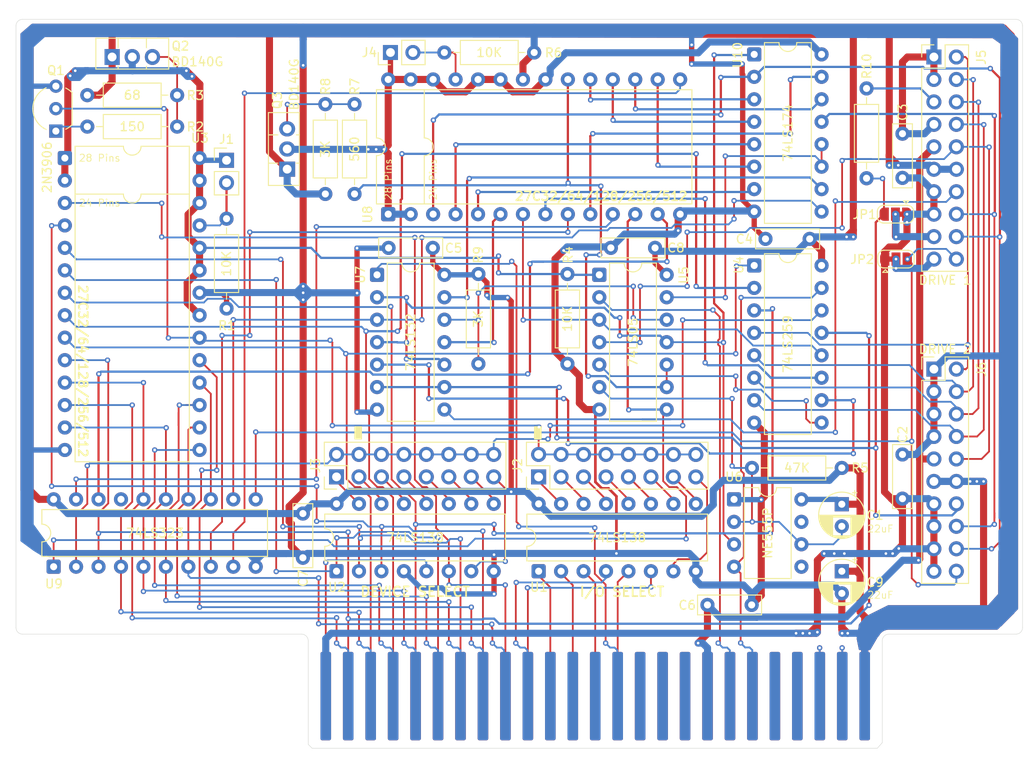
<source format=kicad_pcb>
(kicad_pcb
	(version 20241229)
	(generator "pcbnew")
	(generator_version "9.0")
	(general
		(thickness 1.6)
		(legacy_teardrops no)
	)
	(paper "A4")
	(layers
		(0 "F.Cu" signal)
		(2 "B.Cu" signal)
		(9 "F.Adhes" user "F.Adhesive")
		(11 "B.Adhes" user "B.Adhesive")
		(13 "F.Paste" user)
		(15 "B.Paste" user)
		(5 "F.SilkS" user "F.Silkscreen")
		(7 "B.SilkS" user "B.Silkscreen")
		(1 "F.Mask" user)
		(3 "B.Mask" user)
		(17 "Dwgs.User" user "User.Drawings")
		(19 "Cmts.User" user "User.Comments")
		(21 "Eco1.User" user "User.Eco1")
		(23 "Eco2.User" user "User.Eco2")
		(25 "Edge.Cuts" user)
		(27 "Margin" user)
		(31 "F.CrtYd" user "F.Courtyard")
		(29 "B.CrtYd" user "B.Courtyard")
		(35 "F.Fab" user)
		(33 "B.Fab" user)
		(39 "User.1" user)
		(41 "User.2" user)
		(43 "User.3" user)
		(45 "User.4" user)
	)
	(setup
		(pad_to_mask_clearance 0)
		(allow_soldermask_bridges_in_footprints no)
		(tenting front back)
		(pcbplotparams
			(layerselection 0x00000000_00000000_55555555_5755f5ff)
			(plot_on_all_layers_selection 0x00000000_00000000_00000000_00000000)
			(disableapertmacros no)
			(usegerberextensions no)
			(usegerberattributes yes)
			(usegerberadvancedattributes yes)
			(creategerberjobfile yes)
			(dashed_line_dash_ratio 12.000000)
			(dashed_line_gap_ratio 3.000000)
			(svgprecision 4)
			(plotframeref no)
			(mode 1)
			(useauxorigin no)
			(hpglpennumber 1)
			(hpglpenspeed 20)
			(hpglpendiameter 15.000000)
			(pdf_front_fp_property_popups yes)
			(pdf_back_fp_property_popups yes)
			(pdf_metadata yes)
			(pdf_single_document no)
			(dxfpolygonmode yes)
			(dxfimperialunits yes)
			(dxfusepcbnewfont yes)
			(psnegative no)
			(psa4output no)
			(plot_black_and_white yes)
			(sketchpadsonfab no)
			(plotpadnumbers no)
			(hidednponfab no)
			(sketchdnponfab yes)
			(crossoutdnponfab yes)
			(subtractmaskfromsilk no)
			(outputformat 1)
			(mirror no)
			(drillshape 1)
			(scaleselection 1)
			(outputdirectory "")
		)
	)
	(net 0 "")
	(net 1 "-12V")
	(net 2 "GND")
	(net 3 "+5V")
	(net 4 "Net-(U6-THR)")
	(net 5 "+12V")
	(net 6 "Net-(J1-Pin_2)")
	(net 7 "~{IOSEL}")
	(net 8 "Net-(J2-Pin_5)")
	(net 9 "Net-(J2-Pin_7)")
	(net 10 "/VCC_SWITCHED_1")
	(net 11 "Net-(J2-Pin_15)")
	(net 12 "Net-(J2-Pin_3)")
	(net 13 "Net-(J2-Pin_9)")
	(net 14 "Net-(J2-Pin_11)")
	(net 15 "Net-(J2-Pin_13)")
	(net 16 "Net-(J2-Pin_1)")
	(net 17 "Net-(J3-Pin_11)")
	(net 18 "Net-(J3-Pin_5)")
	(net 19 "Net-(J3-Pin_7)")
	(net 20 "Net-(J3-Pin_9)")
	(net 21 "Net-(J3-Pin_1)")
	(net 22 "Net-(J3-Pin_13)")
	(net 23 "Net-(J3-Pin_15)")
	(net 24 "Net-(J3-Pin_3)")
	(net 25 "Net-(J4-Pin_2)")
	(net 26 "/PH1")
	(net 27 "/PH0")
	(net 28 "/WR DATA")
	(net 29 "/W PROT")
	(net 30 "/RD DATA")
	(net 31 "/PH2")
	(net 32 "/PH3")
	(net 33 "Net-(J5-Pin_17)")
	(net 34 "/WR REQ")
	(net 35 "Net-(J5-Pin_19)")
	(net 36 "/~{ENBL 1}")
	(net 37 "Net-(J5-Pin_5)")
	(net 38 "/~{ENBL 2}")
	(net 39 "A12")
	(net 40 "D0")
	(net 41 "A10")
	(net 42 "A3")
	(net 43 "A14")
	(net 44 "D3")
	(net 45 "unconnected-(P1-Pin_40-Pad40)")
	(net 46 "2M")
	(net 47 "~{RESET}")
	(net 48 "unconnected-(P1-Pin_30-Pad30)")
	(net 49 "A4")
	(net 50 "~{EXTC}")
	(net 51 "unconnected-(P1-Pin_18-Pad18)")
	(net 52 "unconnected-(P1-Pin_38-Pad38)")
	(net 53 "D1")
	(net 54 "unconnected-(P1-Pin_29-Pad29)")
	(net 55 "A0")
	(net 56 "A15")
	(net 57 "D6")
	(net 58 "unconnected-(P1-Pin_36-Pad36)")
	(net 59 "A5")
	(net 60 "unconnected-(P1-Pin_22-Pad22)")
	(net 61 "~{EXTE}")
	(net 62 "Net-(P1-Pin_24)")
	(net 63 "~{EXT8}")
	(net 64 "unconnected-(P1-Pin_34-Pad34)")
	(net 65 "A8")
	(net 66 "D2")
	(net 67 "A2")
	(net 68 "D7")
	(net 69 "A7")
	(net 70 "Net-(P1-Pin_23)")
	(net 71 "A6")
	(net 72 "unconnected-(P1-Pin_21-Pad21)")
	(net 73 "~{EXT_MEM}")
	(net 74 "D4")
	(net 75 "D5")
	(net 76 "A9")
	(net 77 "A13")
	(net 78 "A11")
	(net 79 "unconnected-(P1-Pin_39-Pad39)")
	(net 80 "~{EXT6}")
	(net 81 "A1")
	(net 82 "Net-(Q1-E)")
	(net 83 "Net-(Q2-B)")
	(net 84 "Net-(Q3-B)")
	(net 85 "Net-(U8-~{CE})")
	(net 86 "Net-(R9-Pad2)")
	(net 87 "Net-(U4-Q6)")
	(net 88 "Net-(U4-Q5)")
	(net 89 "Net-(U4-Q7)")
	(net 90 "Net-(U4-Q4)")
	(net 91 "Net-(U10-D3)")
	(net 92 "Net-(U8-D1)")
	(net 93 "Net-(U10-~{Mr})")
	(net 94 "Net-(U8-A4)")
	(net 95 "Net-(U10-Q3)")
	(net 96 "Net-(U10-Cp)")
	(net 97 "Net-(U8-D3)")
	(net 98 "Net-(U10-Q5)")
	(net 99 "Net-(U10-Q2)")
	(net 100 "Net-(U8-A1)")
	(net 101 "Net-(U10-D2)")
	(net 102 "Net-(U8-D0)")
	(net 103 "Net-(U10-Q1)")
	(net 104 "unconnected-(U6-DIS-Pad7)")
	(net 105 "Net-(U10-D0)")
	(net 106 "unconnected-(U6-CV-Pad5)")
	(net 107 "Net-(U10-D5)")
	(net 108 "Net-(U8-D2)")
	(net 109 "Net-(U10-D1)")
	(net 110 "unconnected-(U9-Q7-Pad17)")
	(net 111 "/VCC_SWITCHED_2")
	(net 112 "/~{IOEN}")
	(net 113 "/~{DEVEN}")
	(footprint "Connector_PinHeader_2.54mm:PinHeader_1x02_P2.54mm_Vertical" (layer "F.Cu") (at 69.565185 66.517185))
	(footprint "Capacitor_THT:C_Rect_L7.0mm_W2.0mm_P5.00mm" (layer "F.Cu") (at 118.034185 76.423185 180))
	(footprint "Resistor_THT:R_Axial_DIN0207_L6.3mm_D2.5mm_P10.16mm_Horizontal" (layer "F.Cu") (at 94.203185 54.325185))
	(footprint "Connector_PinHeader_2.54mm:PinHeader_1x02_P2.54mm_Vertical" (layer "F.Cu") (at 88.107185 54.325185 90))
	(footprint "Capacitor_THT:CP_Radial_D5.0mm_P2.50mm" (layer "F.Cu") (at 139.161185 112.999185 -90))
	(footprint "Resistor_THT:R_Axial_DIN0207_L6.3mm_D2.5mm_P10.16mm_Horizontal" (layer "F.Cu") (at 84.043185 60.167185 -90))
	(footprint "Capacitor_THT:C_Rect_L7.0mm_W2.0mm_P5.00mm" (layer "F.Cu") (at 146.019185 104.791185 90))
	(footprint "Package_DIP:DIP-16_W7.62mm" (layer "F.Cu") (at 129.250185 54.539185))
	(footprint "Package_DIP:DIP-16_W7.62mm" (layer "F.Cu") (at 82.006185 112.994185 90))
	(footprint "Package_TO_SOT_THT:TO-92_Inline_Wide" (layer "F.Cu") (at 50.261185 63.215185 90))
	(footprint "Resistor_THT:R_Axial_DIN0207_L6.3mm_D2.5mm_P10.16mm_Horizontal" (layer "F.Cu") (at 141.955185 68.549185 90))
	(footprint "Capacitor_THT:CP_Radial_D5.0mm_P2.50mm" (layer "F.Cu") (at 139.156185 105.419185 -90))
	(footprint "Resistor_THT:R_Axial_DIN0207_L6.3mm_D2.5mm_P10.16mm_Horizontal" (layer "F.Cu") (at 53.817185 59.151185))
	(footprint "Package_DIP:DIP-16_W7.62mm" (layer "F.Cu") (at 104.866185 112.999185 90))
	(footprint "TK2000:DIP-28-24_W15.24mm" (layer "F.Cu") (at 87.853185 72.613185 90))
	(footprint "Package_DIP:DIP-14_W7.62mm" (layer "F.Cu") (at 111.729185 79.471185))
	(footprint "Resistor_THT:R_Axial_DIN0207_L6.3mm_D2.5mm_P10.16mm_Horizontal" (layer "F.Cu") (at 69.565185 73.121185 -90))
	(footprint "Capacitor_THT:C_Rect_L7.0mm_W2.0mm_P5.00mm" (layer "F.Cu") (at 146.019185 68.509185 90))
	(footprint "Jumper:SolderJumper-3_P1.3mm_Bridged12_RoundedPad1.0x1.5mm" (layer "F.Cu") (at 145.287185 77.693185))
	(footprint "Resistor_THT:R_Axial_DIN0207_L6.3mm_D2.5mm_P10.16mm_Horizontal" (layer "F.Cu") (at 98.053185 79.382185 -90))
	(footprint "TK2000:DIP-28-24_W15.24mm" (layer "F.Cu") (at 51.277185 66.263185))
	(footprint "Capacitor_THT:C_Rect_L7.0mm_W2.0mm_P5.00mm" (layer "F.Cu") (at 135.525185 75.407185 180))
	(footprint "Capacitor_THT:C_Rect_L7.0mm_W2.0mm_P5.00mm" (layer "F.Cu") (at 78.201185 106.475185 -90))
	(footprint "Capacitor_THT:C_Rect_L7.0mm_W2.0mm_P5.00mm" (layer "F.Cu") (at 92.893185 76.428185 180))
	(footprint "Package_TO_SOT_THT:TO-126-3_Vertical" (layer "F.Cu") (at 56.623185 54.833185))
	(footprint "Package_DIP:DIP-14_W7.62mm" (layer "F.Cu") (at 86.588185 79.471185))
	(footprint "Resistor_THT:R_Axial_DIN0207_L6.3mm_D2.5mm_P10.16mm_Horizontal"
		(layer "F.C
... [360024 chars truncated]
</source>
